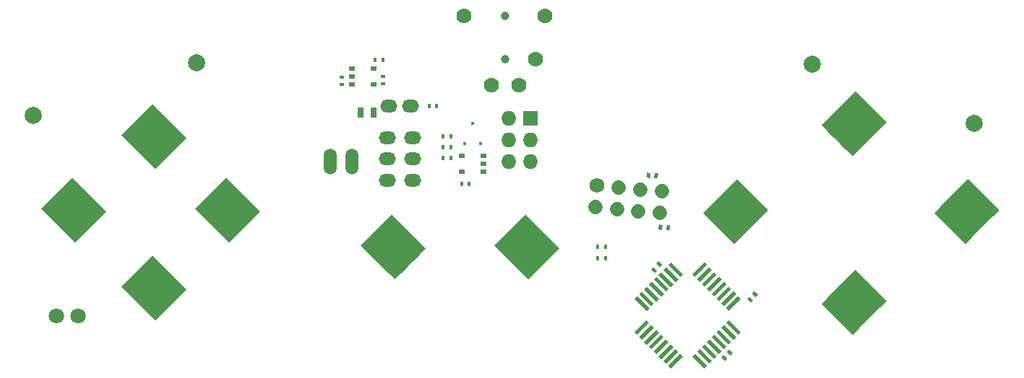
<source format=gts>
%FSLAX46Y46*%
G04 Gerber Fmt 4.6, Leading zero omitted, Abs format (unit mm)*
G04 Created by KiCad (PCBNEW (2014-10-27 BZR 5228)-product) date 1/30/2015 1:36:17 PM*
%MOMM*%
G01*
G04 APERTURE LIST*
%ADD10C,0.100000*%
%ADD11C,1.727200*%
%ADD12C,1.727200*%
%ADD13R,0.762000X0.508000*%
%ADD14R,1.727200X1.727200*%
%ADD15O,1.727200X1.727200*%
%ADD16O,1.506220X3.014980*%
%ADD17R,0.599440X0.398780*%
%ADD18R,0.398780X0.599440*%
%ADD19R,0.400000X0.450000*%
%ADD20R,0.635000X1.143000*%
%ADD21O,1.981200X1.501140*%
%ADD22C,1.998980*%
%ADD23C,1.800000*%
%ADD24C,1.778000*%
%ADD25C,0.990600*%
G04 APERTURE END LIST*
D10*
D11*
X73531186Y-21770769D03*
D12*
X73309810Y-24301104D02*
X73309810Y-24301104D01*
X76061521Y-21992145D02*
X76061521Y-21992145D01*
X75840145Y-24522479D02*
X75840145Y-24522479D01*
X78591855Y-22213521D02*
X78591855Y-22213521D01*
X78370479Y-24743855D02*
X78370479Y-24743855D01*
X81122190Y-22434896D02*
X81122190Y-22434896D01*
X80900814Y-24965231D02*
X80900814Y-24965231D01*
D13*
X44767500Y-8001000D03*
X44767500Y-9906000D03*
X47307500Y-8001000D03*
X44767500Y-8953500D03*
X47307500Y-9906000D03*
X60198000Y-20129500D03*
X60198000Y-18224500D03*
X57658000Y-20129500D03*
X60198000Y-19177000D03*
X57658000Y-18224500D03*
D10*
G36*
X90371594Y-38947025D02*
X90053693Y-39264926D01*
X88640200Y-37851433D01*
X88958101Y-37533532D01*
X90371594Y-38947025D01*
X90371594Y-38947025D01*
G37*
G36*
X89805838Y-39512781D02*
X89487937Y-39830682D01*
X88074444Y-38417189D01*
X88392345Y-38099288D01*
X89805838Y-39512781D01*
X89805838Y-39512781D01*
G37*
G36*
X89240082Y-40078537D02*
X88922181Y-40396438D01*
X87508688Y-38982945D01*
X87826589Y-38665044D01*
X89240082Y-40078537D01*
X89240082Y-40078537D01*
G37*
G36*
X88674326Y-40644294D02*
X88356425Y-40962195D01*
X86942932Y-39548702D01*
X87260833Y-39230801D01*
X88674326Y-40644294D01*
X88674326Y-40644294D01*
G37*
G36*
X88108570Y-41210050D02*
X87790669Y-41527951D01*
X86377176Y-40114458D01*
X86695077Y-39796557D01*
X88108570Y-41210050D01*
X88108570Y-41210050D01*
G37*
G36*
X87542813Y-41775806D02*
X87224912Y-42093707D01*
X85811419Y-40680214D01*
X86129320Y-40362313D01*
X87542813Y-41775806D01*
X87542813Y-41775806D01*
G37*
G36*
X86977057Y-42341562D02*
X86659156Y-42659463D01*
X85245663Y-41245970D01*
X85563564Y-40928069D01*
X86977057Y-42341562D01*
X86977057Y-42341562D01*
G37*
G36*
X86411301Y-42907318D02*
X86093400Y-43225219D01*
X84679907Y-41811726D01*
X84997808Y-41493825D01*
X86411301Y-42907318D01*
X86411301Y-42907318D01*
G37*
G36*
X79650964Y-36139797D02*
X79333063Y-36457698D01*
X77919570Y-35044205D01*
X78237471Y-34726304D01*
X79650964Y-36139797D01*
X79650964Y-36139797D01*
G37*
G36*
X83620238Y-32170524D02*
X83302337Y-32488425D01*
X81888844Y-31074932D01*
X82206745Y-30757031D01*
X83620238Y-32170524D01*
X83620238Y-32170524D01*
G37*
G36*
X83045501Y-32745260D02*
X82727600Y-33063161D01*
X81314107Y-31649668D01*
X81632008Y-31331767D01*
X83045501Y-32745260D01*
X83045501Y-32745260D01*
G37*
G36*
X82470765Y-33319997D02*
X82152864Y-33637898D01*
X80739371Y-32224405D01*
X81057272Y-31906504D01*
X82470765Y-33319997D01*
X82470765Y-33319997D01*
G37*
G36*
X81913989Y-33876773D02*
X81596088Y-34194674D01*
X80182595Y-32781181D01*
X80500496Y-32463280D01*
X81913989Y-33876773D01*
X81913989Y-33876773D01*
G37*
G36*
X81339253Y-34451509D02*
X81021352Y-34769410D01*
X79607859Y-33355917D01*
X79925760Y-33038016D01*
X81339253Y-34451509D01*
X81339253Y-34451509D01*
G37*
G36*
X80782477Y-35008285D02*
X80464576Y-35326186D01*
X79051083Y-33912693D01*
X79368984Y-33594792D01*
X80782477Y-35008285D01*
X80782477Y-35008285D01*
G37*
G36*
X80207740Y-35583021D02*
X79889839Y-35900922D01*
X78476346Y-34487429D01*
X78794247Y-34169528D01*
X80207740Y-35583021D01*
X80207740Y-35583021D01*
G37*
G36*
X83587909Y-41818910D02*
X82174416Y-43232403D01*
X81856515Y-42914502D01*
X83270008Y-41501009D01*
X83587909Y-41818910D01*
X83587909Y-41818910D01*
G37*
G36*
X83023949Y-41254950D02*
X81610456Y-42668443D01*
X81292555Y-42350542D01*
X82706048Y-40937049D01*
X83023949Y-41254950D01*
X83023949Y-41254950D01*
G37*
G36*
X82456396Y-40687398D02*
X81042903Y-42100891D01*
X80725002Y-41782990D01*
X82138495Y-40369497D01*
X82456396Y-40687398D01*
X82456396Y-40687398D01*
G37*
G36*
X81892436Y-40123438D02*
X80478943Y-41536931D01*
X80161042Y-41219030D01*
X81574535Y-39805537D01*
X81892436Y-40123438D01*
X81892436Y-40123438D01*
G37*
G36*
X81324884Y-39555886D02*
X79911391Y-40969379D01*
X79593490Y-40651478D01*
X81006983Y-39237985D01*
X81324884Y-39555886D01*
X81324884Y-39555886D01*
G37*
G36*
X80760924Y-38991926D02*
X79347431Y-40405419D01*
X79029530Y-40087518D01*
X80443023Y-38674025D01*
X80760924Y-38991926D01*
X80760924Y-38991926D01*
G37*
G36*
X80193372Y-38424373D02*
X78779879Y-39837866D01*
X78461978Y-39519965D01*
X79875471Y-38106472D01*
X80193372Y-38424373D01*
X80193372Y-38424373D01*
G37*
G36*
X79629412Y-37860413D02*
X78215919Y-39273906D01*
X77898018Y-38956005D01*
X79311511Y-37542512D01*
X79629412Y-37860413D01*
X79629412Y-37860413D01*
G37*
G36*
X90373390Y-35026245D02*
X88959897Y-36439738D01*
X88641996Y-36121837D01*
X90055489Y-34708344D01*
X90373390Y-35026245D01*
X90373390Y-35026245D01*
G37*
G36*
X89816614Y-34469469D02*
X88403121Y-35882962D01*
X88085220Y-35565061D01*
X89498713Y-34151568D01*
X89816614Y-34469469D01*
X89816614Y-34469469D01*
G37*
G36*
X89241878Y-33894732D02*
X87828385Y-35308225D01*
X87510484Y-34990324D01*
X88923977Y-33576831D01*
X89241878Y-33894732D01*
X89241878Y-33894732D01*
G37*
G36*
X88685102Y-33337956D02*
X87271609Y-34751449D01*
X86953708Y-34433548D01*
X88367201Y-33020055D01*
X88685102Y-33337956D01*
X88685102Y-33337956D01*
G37*
G36*
X88128326Y-32781181D02*
X86714833Y-34194674D01*
X86396932Y-33876773D01*
X87810425Y-32463280D01*
X88128326Y-32781181D01*
X88128326Y-32781181D01*
G37*
G36*
X87553590Y-32206444D02*
X86140097Y-33619937D01*
X85822196Y-33302036D01*
X87235689Y-31888543D01*
X87553590Y-32206444D01*
X87553590Y-32206444D01*
G37*
G36*
X86978853Y-31631708D02*
X85565360Y-33045201D01*
X85247459Y-32727300D01*
X86660952Y-31313807D01*
X86978853Y-31631708D01*
X86978853Y-31631708D01*
G37*
G36*
X86404117Y-31056971D02*
X84990624Y-32470464D01*
X84672723Y-32152563D01*
X86086216Y-30739070D01*
X86404117Y-31056971D01*
X86404117Y-31056971D01*
G37*
D14*
X65722500Y-13843000D03*
D15*
X63182500Y-13843000D03*
X65722500Y-16383000D03*
X63182500Y-16383000D03*
X65722500Y-18923000D03*
X63182500Y-18923000D03*
D16*
X44767500Y-18923000D03*
X42227500Y-18923000D03*
D10*
G36*
X80764957Y-30634675D02*
X81188825Y-31058543D01*
X80906845Y-31340523D01*
X80482977Y-30916655D01*
X80764957Y-30634675D01*
X80764957Y-30634675D01*
G37*
G36*
X80129155Y-31270477D02*
X80553023Y-31694345D01*
X80271043Y-31976325D01*
X79847175Y-31552457D01*
X80129155Y-31270477D01*
X80129155Y-31270477D01*
G37*
D17*
X43624500Y-9911080D03*
X43624500Y-9011920D03*
D18*
X57652920Y-21526500D03*
X58552080Y-21526500D03*
D17*
X48482250Y-9815830D03*
X48482250Y-8916670D03*
D18*
X73591420Y-28892500D03*
X74490580Y-28892500D03*
X48423830Y-7016750D03*
X47524670Y-7016750D03*
X53842920Y-12446000D03*
X54742080Y-12446000D03*
D10*
G36*
X80682623Y-20331982D02*
X80630378Y-20929140D01*
X80233115Y-20894384D01*
X80285360Y-20297226D01*
X80682623Y-20331982D01*
X80682623Y-20331982D01*
G37*
G36*
X79786885Y-20253616D02*
X79734640Y-20850774D01*
X79337377Y-20816018D01*
X79389622Y-20218860D01*
X79786885Y-20253616D01*
X79786885Y-20253616D01*
G37*
G36*
X88526043Y-42326825D02*
X88102175Y-41902957D01*
X88384155Y-41620977D01*
X88808023Y-42044845D01*
X88526043Y-42326825D01*
X88526043Y-42326825D01*
G37*
G36*
X89161845Y-41691023D02*
X88737977Y-41267155D01*
X89019957Y-40985175D01*
X89443825Y-41409043D01*
X89161845Y-41691023D01*
X89161845Y-41691023D01*
G37*
D18*
X74490580Y-30289500D03*
X73591420Y-30289500D03*
D10*
G36*
X80734377Y-26912018D02*
X80786622Y-26314860D01*
X81183885Y-26349616D01*
X81131640Y-26946774D01*
X80734377Y-26912018D01*
X80734377Y-26912018D01*
G37*
G36*
X81630115Y-26990384D02*
X81682360Y-26393226D01*
X82079623Y-26427982D01*
X82027378Y-27025140D01*
X81630115Y-26990384D01*
X81630115Y-26990384D01*
G37*
D18*
X56393080Y-18478500D03*
X55493920Y-18478500D03*
X55493920Y-17208500D03*
X56393080Y-17208500D03*
D19*
X57978000Y-16796000D03*
X59878000Y-16796000D03*
X58928000Y-14446000D03*
D18*
X55493920Y-15938500D03*
X56393080Y-15938500D03*
D20*
X47307500Y-13144500D03*
X45783500Y-13144500D03*
D10*
G36*
X21410395Y-12194372D02*
X22164736Y-12948713D01*
X18536713Y-16576736D01*
X17782372Y-15822395D01*
X21410395Y-12194372D01*
X21410395Y-12194372D01*
G37*
G36*
X24643287Y-15427264D02*
X25397628Y-16181605D01*
X21769605Y-19809628D01*
X21015264Y-19055287D01*
X24643287Y-15427264D01*
X24643287Y-15427264D01*
G37*
G36*
X21410395Y-12194372D02*
X24679208Y-15463185D01*
X23924867Y-16217526D01*
X20656054Y-12948713D01*
X21410395Y-12194372D01*
X21410395Y-12194372D01*
G37*
G36*
X21410395Y-13631213D02*
X24679208Y-16900026D01*
X23924867Y-17654367D01*
X20656054Y-14385554D01*
X21410395Y-13631213D01*
X21410395Y-13631213D01*
G37*
G36*
X19973554Y-13631213D02*
X23242367Y-16900026D01*
X22488026Y-17654367D01*
X19219213Y-14385554D01*
X19973554Y-13631213D01*
X19973554Y-13631213D01*
G37*
G36*
X19973554Y-15068054D02*
X23242367Y-18336867D01*
X22488026Y-19091208D01*
X19219213Y-15822395D01*
X19973554Y-15068054D01*
X19973554Y-15068054D01*
G37*
G36*
X18536713Y-15068054D02*
X21805526Y-18336867D01*
X21051185Y-19091208D01*
X17782372Y-15822395D01*
X18536713Y-15068054D01*
X18536713Y-15068054D01*
G37*
G36*
X93596628Y-24585395D02*
X92842287Y-25339736D01*
X89214264Y-21711713D01*
X89968605Y-20957372D01*
X93596628Y-24585395D01*
X93596628Y-24585395D01*
G37*
G36*
X90363736Y-27818287D02*
X89609395Y-28572628D01*
X85981372Y-24944605D01*
X86735713Y-24190264D01*
X90363736Y-27818287D01*
X90363736Y-27818287D01*
G37*
G36*
X93596628Y-24585395D02*
X90327815Y-27854208D01*
X89573474Y-27099867D01*
X92842287Y-23831054D01*
X93596628Y-24585395D01*
X93596628Y-24585395D01*
G37*
G36*
X92159787Y-24585395D02*
X88890974Y-27854208D01*
X88136633Y-27099867D01*
X91405446Y-23831054D01*
X92159787Y-24585395D01*
X92159787Y-24585395D01*
G37*
G36*
X92159787Y-23148554D02*
X88890974Y-26417367D01*
X88136633Y-25663026D01*
X91405446Y-22394213D01*
X92159787Y-23148554D01*
X92159787Y-23148554D01*
G37*
G36*
X90722946Y-23148554D02*
X87454133Y-26417367D01*
X86699792Y-25663026D01*
X89968605Y-22394213D01*
X90722946Y-23148554D01*
X90722946Y-23148554D01*
G37*
G36*
X90722946Y-21711713D02*
X87454133Y-24980526D01*
X86699792Y-24226185D01*
X89968605Y-20957372D01*
X90722946Y-21711713D01*
X90722946Y-21711713D01*
G37*
G36*
X107439628Y-14298395D02*
X106685287Y-15052736D01*
X103057264Y-11424713D01*
X103811605Y-10670372D01*
X107439628Y-14298395D01*
X107439628Y-14298395D01*
G37*
G36*
X104206736Y-17531287D02*
X103452395Y-18285628D01*
X99824372Y-14657605D01*
X100578713Y-13903264D01*
X104206736Y-17531287D01*
X104206736Y-17531287D01*
G37*
G36*
X107439628Y-14298395D02*
X104170815Y-17567208D01*
X103416474Y-16812867D01*
X106685287Y-13544054D01*
X107439628Y-14298395D01*
X107439628Y-14298395D01*
G37*
G36*
X106002787Y-14298395D02*
X102733974Y-17567208D01*
X101979633Y-16812867D01*
X105248446Y-13544054D01*
X106002787Y-14298395D01*
X106002787Y-14298395D01*
G37*
G36*
X106002787Y-12861554D02*
X102733974Y-16130367D01*
X101979633Y-15376026D01*
X105248446Y-12107213D01*
X106002787Y-12861554D01*
X106002787Y-12861554D01*
G37*
G36*
X104565946Y-12861554D02*
X101297133Y-16130367D01*
X100542792Y-15376026D01*
X103811605Y-12107213D01*
X104565946Y-12861554D01*
X104565946Y-12861554D01*
G37*
G36*
X104565946Y-11424713D02*
X101297133Y-14693526D01*
X100542792Y-13939185D01*
X103811605Y-10670372D01*
X104565946Y-11424713D01*
X104565946Y-11424713D01*
G37*
G36*
X65098395Y-25148372D02*
X65852736Y-25902713D01*
X62224713Y-29530736D01*
X61470372Y-28776395D01*
X65098395Y-25148372D01*
X65098395Y-25148372D01*
G37*
G36*
X68331287Y-28381264D02*
X69085628Y-29135605D01*
X65457605Y-32763628D01*
X64703264Y-32009287D01*
X68331287Y-28381264D01*
X68331287Y-28381264D01*
G37*
G36*
X65098395Y-25148372D02*
X68367208Y-28417185D01*
X67612867Y-29171526D01*
X64344054Y-25902713D01*
X65098395Y-25148372D01*
X65098395Y-25148372D01*
G37*
G36*
X65098395Y-26585213D02*
X68367208Y-29854026D01*
X67612867Y-30608367D01*
X64344054Y-27339554D01*
X65098395Y-26585213D01*
X65098395Y-26585213D01*
G37*
G36*
X63661554Y-26585213D02*
X66930367Y-29854026D01*
X66176026Y-30608367D01*
X62907213Y-27339554D01*
X63661554Y-26585213D01*
X63661554Y-26585213D01*
G37*
G36*
X63661554Y-28022054D02*
X66930367Y-31290867D01*
X66176026Y-32045208D01*
X62907213Y-28776395D01*
X63661554Y-28022054D01*
X63661554Y-28022054D01*
G37*
G36*
X62224713Y-28022054D02*
X65493526Y-31290867D01*
X64739185Y-32045208D01*
X61470372Y-28776395D01*
X62224713Y-28022054D01*
X62224713Y-28022054D01*
G37*
G36*
X49477395Y-25148372D02*
X50231736Y-25902713D01*
X46603713Y-29530736D01*
X45849372Y-28776395D01*
X49477395Y-25148372D01*
X49477395Y-25148372D01*
G37*
G36*
X52710287Y-28381264D02*
X53464628Y-29135605D01*
X49836605Y-32763628D01*
X49082264Y-32009287D01*
X52710287Y-28381264D01*
X52710287Y-28381264D01*
G37*
G36*
X49477395Y-25148372D02*
X52746208Y-28417185D01*
X51991867Y-29171526D01*
X48723054Y-25902713D01*
X49477395Y-25148372D01*
X49477395Y-25148372D01*
G37*
G36*
X49477395Y-26585213D02*
X52746208Y-29854026D01*
X51991867Y-30608367D01*
X48723054Y-27339554D01*
X49477395Y-26585213D01*
X49477395Y-26585213D01*
G37*
G36*
X48040554Y-26585213D02*
X51309367Y-29854026D01*
X50555026Y-30608367D01*
X47286213Y-27339554D01*
X48040554Y-26585213D01*
X48040554Y-26585213D01*
G37*
G36*
X48040554Y-28022054D02*
X51309367Y-31290867D01*
X50555026Y-32045208D01*
X47286213Y-28776395D01*
X48040554Y-28022054D01*
X48040554Y-28022054D01*
G37*
G36*
X46603713Y-28022054D02*
X49872526Y-31290867D01*
X49118185Y-32045208D01*
X45849372Y-28776395D01*
X46603713Y-28022054D01*
X46603713Y-28022054D01*
G37*
G36*
X30046395Y-20830372D02*
X30800736Y-21584713D01*
X27172713Y-25212736D01*
X26418372Y-24458395D01*
X30046395Y-20830372D01*
X30046395Y-20830372D01*
G37*
G36*
X33279287Y-24063264D02*
X34033628Y-24817605D01*
X30405605Y-28445628D01*
X29651264Y-27691287D01*
X33279287Y-24063264D01*
X33279287Y-24063264D01*
G37*
G36*
X30046395Y-20830372D02*
X33315208Y-24099185D01*
X32560867Y-24853526D01*
X29292054Y-21584713D01*
X30046395Y-20830372D01*
X30046395Y-20830372D01*
G37*
G36*
X30046395Y-22267213D02*
X33315208Y-25536026D01*
X32560867Y-26290367D01*
X29292054Y-23021554D01*
X30046395Y-22267213D01*
X30046395Y-22267213D01*
G37*
G36*
X28609554Y-22267213D02*
X31878367Y-25536026D01*
X31124026Y-26290367D01*
X27855213Y-23021554D01*
X28609554Y-22267213D01*
X28609554Y-22267213D01*
G37*
G36*
X28609554Y-23704054D02*
X31878367Y-26972867D01*
X31124026Y-27727208D01*
X27855213Y-24458395D01*
X28609554Y-23704054D01*
X28609554Y-23704054D01*
G37*
G36*
X27172713Y-23704054D02*
X30441526Y-26972867D01*
X29687185Y-27727208D01*
X26418372Y-24458395D01*
X27172713Y-23704054D01*
X27172713Y-23704054D01*
G37*
G36*
X12012395Y-20830372D02*
X12766736Y-21584713D01*
X9138713Y-25212736D01*
X8384372Y-24458395D01*
X12012395Y-20830372D01*
X12012395Y-20830372D01*
G37*
G36*
X15245287Y-24063264D02*
X15999628Y-24817605D01*
X12371605Y-28445628D01*
X11617264Y-27691287D01*
X15245287Y-24063264D01*
X15245287Y-24063264D01*
G37*
G36*
X12012395Y-20830372D02*
X15281208Y-24099185D01*
X14526867Y-24853526D01*
X11258054Y-21584713D01*
X12012395Y-20830372D01*
X12012395Y-20830372D01*
G37*
G36*
X12012395Y-22267213D02*
X15281208Y-25536026D01*
X14526867Y-26290367D01*
X11258054Y-23021554D01*
X12012395Y-22267213D01*
X12012395Y-22267213D01*
G37*
G36*
X10575554Y-22267213D02*
X13844367Y-25536026D01*
X13090026Y-26290367D01*
X9821213Y-23021554D01*
X10575554Y-22267213D01*
X10575554Y-22267213D01*
G37*
G36*
X10575554Y-23704054D02*
X13844367Y-26972867D01*
X13090026Y-27727208D01*
X9821213Y-24458395D01*
X10575554Y-23704054D01*
X10575554Y-23704054D01*
G37*
G36*
X9138713Y-23704054D02*
X12407526Y-26972867D01*
X11653185Y-27727208D01*
X8384372Y-24458395D01*
X9138713Y-23704054D01*
X9138713Y-23704054D01*
G37*
G36*
X21410395Y-29974372D02*
X22164736Y-30728713D01*
X18536713Y-34356736D01*
X17782372Y-33602395D01*
X21410395Y-29974372D01*
X21410395Y-29974372D01*
G37*
G36*
X24643287Y-33207264D02*
X25397628Y-33961605D01*
X21769605Y-37589628D01*
X21015264Y-36835287D01*
X24643287Y-33207264D01*
X24643287Y-33207264D01*
G37*
G36*
X21410395Y-29974372D02*
X24679208Y-33243185D01*
X23924867Y-33997526D01*
X20656054Y-30728713D01*
X21410395Y-29974372D01*
X21410395Y-29974372D01*
G37*
G36*
X21410395Y-31411213D02*
X24679208Y-34680026D01*
X23924867Y-35434367D01*
X20656054Y-32165554D01*
X21410395Y-31411213D01*
X21410395Y-31411213D01*
G37*
G36*
X19973554Y-31411213D02*
X23242367Y-34680026D01*
X22488026Y-35434367D01*
X19219213Y-32165554D01*
X19973554Y-31411213D01*
X19973554Y-31411213D01*
G37*
G36*
X19973554Y-32848054D02*
X23242367Y-36116867D01*
X22488026Y-36871208D01*
X19219213Y-33602395D01*
X19973554Y-32848054D01*
X19973554Y-32848054D01*
G37*
G36*
X18536713Y-32848054D02*
X21805526Y-36116867D01*
X21051185Y-36871208D01*
X17782372Y-33602395D01*
X18536713Y-32848054D01*
X18536713Y-32848054D01*
G37*
G36*
X107439628Y-35253395D02*
X106685287Y-36007736D01*
X103057264Y-32379713D01*
X103811605Y-31625372D01*
X107439628Y-35253395D01*
X107439628Y-35253395D01*
G37*
G36*
X104206736Y-38486287D02*
X103452395Y-39240628D01*
X99824372Y-35612605D01*
X100578713Y-34858264D01*
X104206736Y-38486287D01*
X104206736Y-38486287D01*
G37*
G36*
X107439628Y-35253395D02*
X104170815Y-38522208D01*
X103416474Y-37767867D01*
X106685287Y-34499054D01*
X107439628Y-35253395D01*
X107439628Y-35253395D01*
G37*
G36*
X106002787Y-35253395D02*
X102733974Y-38522208D01*
X101979633Y-37767867D01*
X105248446Y-34499054D01*
X106002787Y-35253395D01*
X106002787Y-35253395D01*
G37*
G36*
X106002787Y-33816554D02*
X102733974Y-37085367D01*
X101979633Y-36331026D01*
X105248446Y-33062213D01*
X106002787Y-33816554D01*
X106002787Y-33816554D01*
G37*
G36*
X104565946Y-33816554D02*
X101297133Y-37085367D01*
X100542792Y-36331026D01*
X103811605Y-33062213D01*
X104565946Y-33816554D01*
X104565946Y-33816554D01*
G37*
G36*
X104565946Y-32379713D02*
X101297133Y-35648526D01*
X100542792Y-34894185D01*
X103811605Y-31625372D01*
X104565946Y-32379713D01*
X104565946Y-32379713D01*
G37*
G36*
X120647628Y-24585395D02*
X119893287Y-25339736D01*
X116265264Y-21711713D01*
X117019605Y-20957372D01*
X120647628Y-24585395D01*
X120647628Y-24585395D01*
G37*
G36*
X117414736Y-27818287D02*
X116660395Y-28572628D01*
X113032372Y-24944605D01*
X113786713Y-24190264D01*
X117414736Y-27818287D01*
X117414736Y-27818287D01*
G37*
G36*
X120647628Y-24585395D02*
X117378815Y-27854208D01*
X116624474Y-27099867D01*
X119893287Y-23831054D01*
X120647628Y-24585395D01*
X120647628Y-24585395D01*
G37*
G36*
X119210787Y-24585395D02*
X115941974Y-27854208D01*
X115187633Y-27099867D01*
X118456446Y-23831054D01*
X119210787Y-24585395D01*
X119210787Y-24585395D01*
G37*
G36*
X119210787Y-23148554D02*
X115941974Y-26417367D01*
X115187633Y-25663026D01*
X118456446Y-22394213D01*
X119210787Y-23148554D01*
X119210787Y-23148554D01*
G37*
G36*
X117773946Y-23148554D02*
X114505133Y-26417367D01*
X113750792Y-25663026D01*
X117019605Y-22394213D01*
X117773946Y-23148554D01*
X117773946Y-23148554D01*
G37*
G36*
X117773946Y-21711713D02*
X114505133Y-24980526D01*
X113750792Y-24226185D01*
X117019605Y-20957372D01*
X117773946Y-21711713D01*
X117773946Y-21711713D01*
G37*
G36*
X91510543Y-35468825D02*
X91086675Y-35044957D01*
X91368655Y-34762977D01*
X91792523Y-35186845D01*
X91510543Y-35468825D01*
X91510543Y-35468825D01*
G37*
G36*
X92146345Y-34833023D02*
X91722477Y-34409155D01*
X92004457Y-34127175D01*
X92428325Y-34551043D01*
X92146345Y-34833023D01*
X92146345Y-34833023D01*
G37*
D21*
X48917860Y-16106140D03*
X51920140Y-16106140D03*
X51920140Y-18605500D03*
X48917860Y-18605500D03*
X51920140Y-21104860D03*
X48917860Y-21104860D03*
X49149000Y-12405360D03*
X51689000Y-12405360D03*
D22*
X7429500Y-13525500D03*
X26606500Y-7366000D03*
X98742500Y-7493000D03*
X117665500Y-14414500D03*
D23*
X12700000Y-37084000D03*
X10160000Y-37084000D03*
D24*
X57937400Y-1879600D03*
X67437000Y-1879600D03*
X61137800Y-9982200D03*
X64338200Y-9982200D03*
X66344800Y-6883400D03*
D25*
X62738000Y-1879600D03*
X62738000Y-6883400D03*
M02*

</source>
